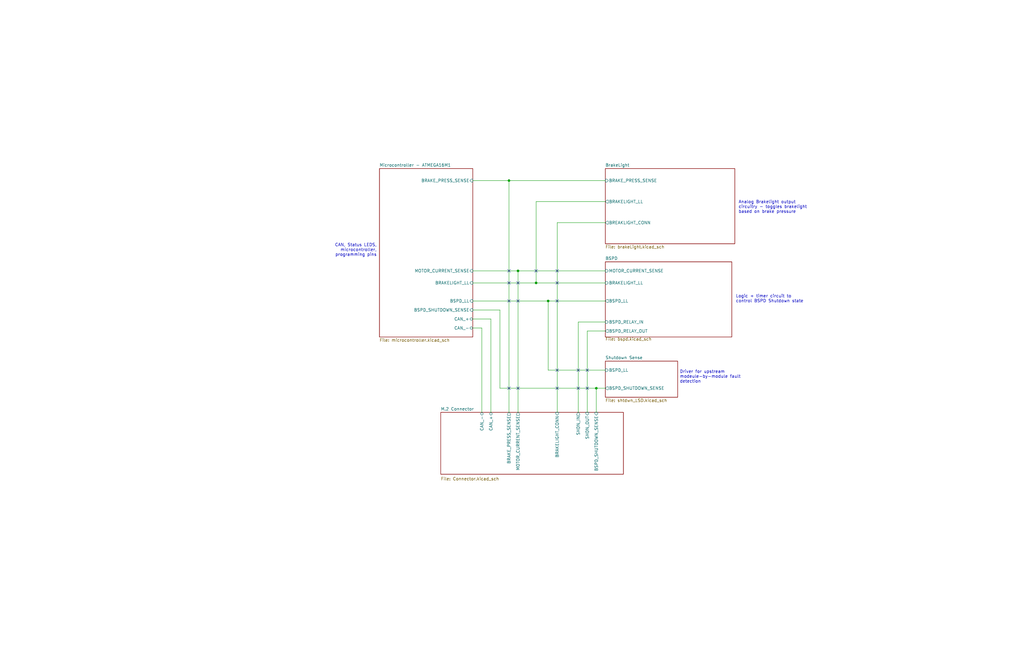
<source format=kicad_sch>
(kicad_sch (version 20211123) (generator eeschema)
  (paper "B")
  (title_block (title "OEM Project Template") (date "2019-08-22") (rev "1") (company "Olin Electric Motorsports") (comment 1 "Wesley Soo-Hoo"))
  (lib_symbols)
  (junction (at 251.46 163.83))
  (junction (at 218.44 114.3))
  (junction (at 226.06 119.38))
  (junction (at 214.63 76.2))
  (junction (at 231.14 127))
  (no_connect (at 234.95 163.83))
  (no_connect (at 226.06 114.3))
  (no_connect (at 214.63 163.83))
  (no_connect (at 214.63 119.38))
  (no_connect (at 247.65 156.21))
  (no_connect (at 214.63 114.3))
  (no_connect (at 214.63 127))
  (no_connect (at 234.95 114.3))
  (no_connect (at 234.95 156.21))
  (no_connect (at 234.95 119.38))
  (no_connect (at 243.84 163.83))
  (no_connect (at 218.44 127))
  (no_connect (at 218.44 163.83))
  (no_connect (at 243.84 156.21))
  (no_connect (at 247.65 163.83))
  (no_connect (at 234.95 127))
  (no_connect (at 218.44 119.38))
  (wire (pts (xy 226.06 85.09) (xy 255.27 85.09)))
  (wire (pts (xy 231.14 156.21) (xy 255.27 156.21)))
  (wire (pts (xy 199.39 130.81) (xy 210.82 130.81)))
  (wire (pts (xy 207.01 134.62) (xy 207.01 173.99)))
  (wire (pts (xy 231.14 156.21) (xy 231.14 127)))
  (wire (pts (xy 214.63 76.2) (xy 214.63 173.99)))
  (wire (pts (xy 247.65 173.99) (xy 247.65 139.7)))
  (wire (pts (xy 255.27 163.83) (xy 251.46 163.83)))
  (wire (pts (xy 199.39 114.3) (xy 218.44 114.3)))
  (wire (pts (xy 218.44 114.3) (xy 255.27 114.3)))
  (wire (pts (xy 234.95 173.99) (xy 234.95 93.98)))
  (wire (pts (xy 203.2 173.99) (xy 203.2 138.43)))
  (wire (pts (xy 247.65 139.7) (xy 255.27 139.7)))
  (wire (pts (xy 231.14 127) (xy 255.27 127)))
  (wire (pts (xy 210.82 163.83) (xy 251.46 163.83)))
  (wire (pts (xy 199.39 119.38) (xy 226.06 119.38)))
  (wire (pts (xy 199.39 134.62) (xy 207.01 134.62)))
  (wire (pts (xy 234.95 93.98) (xy 255.27 93.98)))
  (wire (pts (xy 214.63 76.2) (xy 255.27 76.2)))
  (wire (pts (xy 203.2 138.43) (xy 199.39 138.43)))
  (wire (pts (xy 214.63 76.2) (xy 199.39 76.2)))
  (wire (pts (xy 226.06 119.38) (xy 226.06 85.09)))
  (wire (pts (xy 210.82 130.81) (xy 210.82 163.83)))
  (wire (pts (xy 226.06 119.38) (xy 255.27 119.38)))
  (wire (pts (xy 243.84 135.89) (xy 243.84 173.99)))
  (wire (pts (xy 255.27 135.89) (xy 243.84 135.89)))
  (wire (pts (xy 251.46 163.83) (xy 251.46 173.99)))
  (wire (pts (xy 218.44 114.3) (xy 218.44 173.99)))
  (wire (pts (xy 199.39 127) (xy 231.14 127)))
  (text "Logic + timer circuit to\ncontrol BSPD Shutdown state" (at 310.261 127.889 0) (effects (font (size 1.27 1.27)) (justify left bottom)))
  (text "Analog Brakelight output\ncircuitry - toggles brakelight\nbased on brake pressure" (at 311.404 90.17 0) (effects (font (size 1.27 1.27)) (justify left bottom)))
  (text "Driver for upstream\nmodeule-by-module fault \ndetection" (at 286.639 161.798 0) (effects (font (size 1.27 1.27)) (justify left bottom)))
  (text "CAN, Status LEDS,\nmicrocontroller,\nprogramming pins" (at 158.877 108.331 180) (effects (font (size 1.27 1.27)) (justify right bottom)))
  (sheet (at 160.02 71.12) (size 39.37 71.12) (stroke (width 0.1524))
    (property "Sheet name" "Microcontroller - ATMEGA16M1" (at 160.02 70.4084 0) (effects (justify left bottom)))
    (property "Sheet file" "microcontroller.kicad_sch" (at 160.02 142.8246 0) (effects (justify left top)))
    (pin "BRAKE_PRESS_SENSE" input (at 199.39 76.2 0))
    (pin "CAN_+" bidirectional (at 199.39 134.62 0))
    (pin "CAN_-" bidirectional (at 199.39 138.43 0))
    (pin "BRAKELIGHT_LL" input (at 199.39 119.38 0))
    (pin "BSPD_LL" input (at 199.39 127 0))
    (pin "MOTOR_CURRENT_SENSE" input (at 199.39 114.3 0))
    (pin "BSPD_SHUTDOWN_SENSE" input (at 199.39 130.81 0))
  )
  (sheet (at 255.27 71.12) (size 54.61 31.75) (stroke (width 0.1524))
    (property "Sheet name" "BrakeLight" (at 255.27 70.4084 0) (effects (justify left bottom)))
    (property "Sheet file" "brakeLight.kicad_sch" (at 255.27 103.4546 0) (effects (justify left top)))
    (pin "BRAKELIGHT_LL" output (at 255.27 85.09 180))
    (pin "BREAKLIGHT_CONN" output (at 255.27 93.98 180))
    (pin "BRAKE_PRESS_SENSE" input (at 255.27 76.2 180))
  )
  (sheet (at 255.27 152.4) (size 30.48 15.24) (stroke (width 0.1524))
    (property "Sheet name" "Shutdown Sense" (at 255.27 151.6884 0) (effects (justify left bottom)))
    (property "Sheet file" "shtdwn_LSD.kicad_sch" (at 255.27 168.2246 0) (effects (justify left top)))
    (pin "BSPD_LL" input (at 255.27 156.21 180))
    (pin "BSPD_SHUTDOWN_SENSE" output (at 255.27 163.83 180))
  )
  (sheet (at 185.8518 173.99) (size 77.0382 26.1366) (stroke (width 0.1524))
    (property "Sheet name" "M.2 Connector" (at 185.8518 173.3296 0) (effects (justify left bottom)))
    (property "Sheet file" "Connector.kicad_sch" (at 185.8518 201.3204 0) (effects (justify left top)))
    (pin "SHDN_IN" output (at 243.84 173.99 90))
    (pin "SHDN_OUT" input (at 247.65 173.99 90))
    (pin "CAN_+" bidirectional (at 207.01 173.99 90))
    (pin "CAN_-" bidirectional (at 203.2 173.99 90))
    (pin "BRAKE_PRESS_SENSE" output (at 214.63 173.99 90))
    (pin "MOTOR_CURRENT_SENSE" output (at 218.44 173.99 90))
    (pin "BRAKELIGHT_CONN" input (at 234.95 173.99 90))
    (pin "BSPD_SHUTDOWN_SENSE" input (at 251.46 173.99 90))
  )
  (sheet (at 255.27 110.49) (size 53.34 31.75) (stroke (width 0.1524))
    (property "Sheet name" "BSPD" (at 255.27 109.7784 0) (effects (justify left bottom)))
    (property "Sheet file" "bspd.kicad_sch" (at 255.27 142.3166 0) (effects (justify left top)))
    (pin "BSPD_RELAY_OUT" output (at 255.27 139.7 180))
    (pin "BSPD_RELAY_IN" input (at 255.27 135.89 180))
    (pin "MOTOR_CURRENT_SENSE" input (at 255.27 114.3 180))
    (pin "BRAKELIGHT_LL" input (at 255.27 119.38 180))
    (pin "BSPD_LL" output (at 255.27 127 180))
  )
)
</source>
